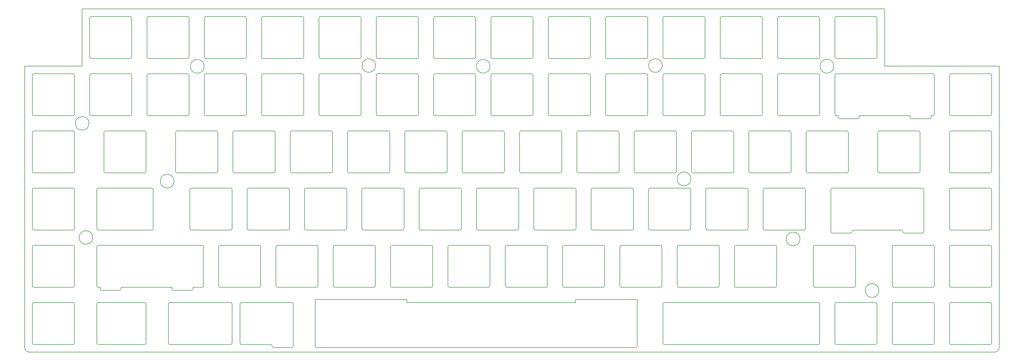
<source format=gbr>
%TF.GenerationSoftware,KiCad,Pcbnew,(5.1.9)-1*%
%TF.CreationDate,2021-05-17T21:36:37-04:00*%
%TF.ProjectId,plate,706c6174-652e-46b6-9963-61645f706362,rev?*%
%TF.SameCoordinates,Original*%
%TF.FileFunction,Profile,NP*%
%FSLAX46Y46*%
G04 Gerber Fmt 4.6, Leading zero omitted, Abs format (unit mm)*
G04 Created by KiCad (PCBNEW (5.1.9)-1) date 2021-05-17 21:36:37*
%MOMM*%
%LPD*%
G01*
G04 APERTURE LIST*
%TA.AperFunction,Profile*%
%ADD10C,0.200000*%
%TD*%
G04 APERTURE END LIST*
D10*
X270457300Y-57096399D02*
X270457300Y-38021400D01*
X308582299Y-57096399D02*
X270457300Y-57096399D01*
X54432300Y-92646400D02*
G75*
G02*
X53932300Y-92146400I0J500000D01*
G01*
X67432300Y-92646400D02*
X54432299Y-92646400D01*
X229857301Y-54046399D02*
G75*
G02*
X229357300Y-54546400I-500001J0D01*
G01*
X158707300Y-41046400D02*
G75*
G02*
X159207300Y-40546400I500000J0D01*
G01*
X27451049Y-98196400D02*
X27451050Y-111196399D01*
X26951049Y-97696400D02*
G75*
G02*
X27451049Y-98196400I0J-500000D01*
G01*
X72982300Y-92146400D02*
X72982300Y-79146399D01*
X163182299Y-92146400D02*
G75*
G02*
X162682300Y-92646399I-499999J0D01*
G01*
X73482300Y-78646400D02*
X86482300Y-78646400D01*
X86482300Y-78646399D02*
G75*
G02*
X86982300Y-79146399I0J-500000D01*
G01*
X149682300Y-92646400D02*
G75*
G02*
X149182300Y-92146400I0J500000D01*
G01*
X162682300Y-92646400D02*
X149682300Y-92646400D01*
X72194800Y-97696400D02*
G75*
G02*
X72694800Y-98196400I0J-500000D01*
G01*
X59194800Y-111696399D02*
G75*
G02*
X58694800Y-111196399I0J500000D01*
G01*
X149682300Y-78646400D02*
X162682300Y-78646400D01*
X73482300Y-92646400D02*
G75*
G02*
X72982300Y-92146400I0J500000D01*
G01*
X268744800Y-78646400D02*
X281744800Y-78646400D01*
X58694800Y-111196399D02*
X58694800Y-98196400D01*
X168732300Y-92646401D02*
G75*
G02*
X168232299Y-92146400I0J500001D01*
G01*
X27451049Y-111196399D02*
G75*
G02*
X26951049Y-111696399I-500000J0D01*
G01*
X239382298Y-92146400D02*
G75*
G02*
X238882299Y-92646399I-499999J0D01*
G01*
X149182300Y-79146399D02*
G75*
G02*
X149682300Y-78646399I500000J0D01*
G01*
X168732300Y-78646400D02*
X181732300Y-78646400D01*
X162682300Y-78646399D02*
G75*
G02*
X163182300Y-79146399I0J-500000D01*
G01*
X86982300Y-79146399D02*
X86982300Y-92146400D01*
X268244800Y-79146399D02*
G75*
G02*
X268744800Y-78646399I500000J0D01*
G01*
X72982300Y-79146399D02*
G75*
G02*
X73482300Y-78646399I500000J0D01*
G01*
X211594800Y-97696400D02*
X224594799Y-97696400D01*
X268744800Y-92646400D02*
G75*
G02*
X268244800Y-92146400I0J500000D01*
G01*
X192044800Y-98196400D02*
G75*
G02*
X192544800Y-97696400I500000J0D01*
G01*
X8688550Y-98196400D02*
G75*
G02*
X9188550Y-97696400I500000J0D01*
G01*
X168232300Y-92146400D02*
X168232300Y-79146399D01*
X244432300Y-79146399D02*
G75*
G02*
X244932300Y-78646399I500000J0D01*
G01*
X-12242700Y-111696399D02*
G75*
G02*
X-12742700Y-111196399I0J500000D01*
G01*
X182232300Y-79146399D02*
X182232300Y-92146400D01*
X-12242700Y-97696400D02*
X757299Y-97696400D01*
X168232300Y-79146399D02*
G75*
G02*
X168732300Y-78646399I500000J0D01*
G01*
X281744800Y-92646400D02*
X268744800Y-92646400D01*
X163182300Y-79146399D02*
X163182300Y-92146400D01*
X59194800Y-97696400D02*
X72194800Y-97696400D01*
X244432300Y-92146400D02*
X244432300Y-79146399D01*
X1257299Y-111196399D02*
G75*
G02*
X757299Y-111696399I-500000J0D01*
G01*
X9188550Y-111696400D02*
G75*
G02*
X8688549Y-111196399I0J500001D01*
G01*
X238882299Y-78646398D02*
G75*
G02*
X239382300Y-79146399I0J-500001D01*
G01*
X9188550Y-97696400D02*
X26951050Y-97696400D01*
X72694800Y-111196399D02*
G75*
G02*
X72194800Y-111696399I-500000J0D01*
G01*
X225382299Y-79146399D02*
G75*
G02*
X225882299Y-78646399I500000J0D01*
G01*
X225382300Y-92146400D02*
X225382300Y-79146399D01*
X757299Y-97696399D02*
G75*
G02*
X1257300Y-98196400I0J-500001D01*
G01*
X26951049Y-111696399D02*
X9188549Y-111696399D01*
X757299Y-111696399D02*
X-12242700Y-111696399D01*
X181732300Y-92646400D02*
X168732300Y-92646400D01*
X-12742700Y-111196399D02*
X-12742701Y-98196400D01*
X281744800Y-78646399D02*
G75*
G02*
X282244800Y-79146399I0J-500000D01*
G01*
X72194800Y-111696399D02*
X59194799Y-111696399D01*
X182232299Y-92146400D02*
G75*
G02*
X181732300Y-92646399I-499999J0D01*
G01*
X149182300Y-92146400D02*
X149182300Y-79146399D01*
X8688549Y-111196399D02*
X8688549Y-98196400D01*
X181732300Y-78646399D02*
G75*
G02*
X182232300Y-79146399I0J-500000D01*
G01*
X282244799Y-92146400D02*
G75*
G02*
X281744800Y-92646399I-499999J0D01*
G01*
X72694800Y-98196400D02*
X72694800Y-111196399D01*
X239382300Y-79146399D02*
X239382300Y-92146400D01*
X225882299Y-78646400D02*
X238882299Y-78646399D01*
X1257300Y-98196400D02*
X1257299Y-111196399D01*
X225882299Y-92646400D02*
G75*
G02*
X225382299Y-92146400I0J500000D01*
G01*
X268244800Y-92146400D02*
X268244800Y-79146399D01*
X238882299Y-92646400D02*
X225882299Y-92646400D01*
X282244800Y-79146399D02*
X282244800Y-92146400D01*
X220332300Y-79146399D02*
X220332300Y-92146400D01*
X124582300Y-92646400D02*
X111582300Y-92646400D01*
X130632300Y-78646400D02*
X143632300Y-78646399D01*
X254457300Y-59596400D02*
X286507300Y-59596399D01*
X92532300Y-92646401D02*
G75*
G02*
X92032299Y-92146400I0J500001D01*
G01*
X106032299Y-92146400D02*
G75*
G02*
X105532300Y-92646399I-499999J0D01*
G01*
X254457300Y-73596399D02*
G75*
G02*
X253957300Y-73096399I0J500000D01*
G01*
X125082299Y-92146400D02*
G75*
G02*
X124582300Y-92646399I-499999J0D01*
G01*
X111582300Y-78646400D02*
X124582300Y-78646399D01*
X206332300Y-79146399D02*
G75*
G02*
X206832300Y-78646399I500000J0D01*
G01*
X111082300Y-79146399D02*
G75*
G02*
X111582300Y-78646399I500000J0D01*
G01*
X106032300Y-79146399D02*
X106032300Y-92146400D01*
X286507300Y-59596400D02*
G75*
G02*
X287007300Y-60096400I0J-500000D01*
G01*
X1257298Y-92146400D02*
G75*
G02*
X757299Y-92646399I-499999J0D01*
G01*
X200782300Y-78646399D02*
G75*
G02*
X201282300Y-79146399I0J-500000D01*
G01*
X287007301Y-73096399D02*
G75*
G02*
X286507300Y-73596400I-500001J0D01*
G01*
X255544300Y-74596400D02*
G75*
G02*
X255044300Y-74096400I0J500000D01*
G01*
X86482300Y-92646400D02*
X73482300Y-92646400D01*
X144132300Y-79146399D02*
X144132300Y-92146400D01*
X111082300Y-92146400D02*
X111082300Y-79146399D01*
X262044300Y-73596400D02*
X262044300Y-74096399D01*
X206832300Y-92646400D02*
G75*
G02*
X206332300Y-92146400I0J500000D01*
G01*
X130132299Y-92146400D02*
X130132299Y-79146399D01*
X143632300Y-78646399D02*
G75*
G02*
X144132300Y-79146399I0J-500000D01*
G01*
X201282300Y-79146399D02*
X201282300Y-92146400D01*
X255044300Y-74096400D02*
X255044300Y-73596400D01*
X105532300Y-92646400D02*
X92532300Y-92646400D01*
X105532300Y-78646399D02*
G75*
G02*
X106032300Y-79146399I0J-500000D01*
G01*
X285920300Y-73596400D02*
X285920300Y-74096399D01*
X58694800Y-98196400D02*
G75*
G02*
X59194800Y-97696400I500000J0D01*
G01*
X220332299Y-92146400D02*
G75*
G02*
X219832300Y-92646399I-499999J0D01*
G01*
X-12742700Y-98196400D02*
G75*
G02*
X-12242700Y-97696400I500000J0D01*
G01*
X111582300Y-92646400D02*
G75*
G02*
X111082300Y-92146400I0J500000D01*
G01*
X219832300Y-78646399D02*
G75*
G02*
X220332300Y-79146399I0J-500000D01*
G01*
X92032300Y-92146400D02*
X92032300Y-79146399D01*
X143632300Y-92646400D02*
X130632300Y-92646400D01*
X219832300Y-92646400D02*
X206832300Y-92646400D01*
X253957300Y-73096399D02*
X253957300Y-60096399D01*
X206832300Y-78646400D02*
X219832300Y-78646400D01*
X130132300Y-79146399D02*
G75*
G02*
X130632300Y-78646399I500000J0D01*
G01*
X287007300Y-60096400D02*
X287007300Y-73096399D01*
X262044299Y-74096400D02*
G75*
G02*
X261544300Y-74596399I-499999J0D01*
G01*
X187282300Y-79146399D02*
G75*
G02*
X187782300Y-78646399I500000J0D01*
G01*
X92532300Y-78646400D02*
X105532300Y-78646400D01*
X130632300Y-92646401D02*
G75*
G02*
X130132299Y-92146400I0J500001D01*
G01*
X285420300Y-74596400D02*
X279420300Y-74596400D01*
X187282299Y-92146400D02*
X187282299Y-79146399D01*
X86982299Y-92146400D02*
G75*
G02*
X86482300Y-92646399I-499999J0D01*
G01*
X200782300Y-92646400D02*
X187782300Y-92646400D01*
X144132299Y-92146400D02*
G75*
G02*
X143632300Y-92646399I-499999J0D01*
G01*
X187782300Y-78646400D02*
X200782300Y-78646399D01*
X125082300Y-79146399D02*
X125082300Y-92146400D01*
X278920300Y-73596400D02*
X262044300Y-73596400D01*
X261544300Y-74596400D02*
X255544300Y-74596400D01*
X253957300Y-60096400D02*
G75*
G02*
X254457300Y-59596400I500000J0D01*
G01*
X201282299Y-92146400D02*
G75*
G02*
X200782300Y-92646399I-499999J0D01*
G01*
X279420300Y-74596400D02*
G75*
G02*
X278920300Y-74096400I0J500000D01*
G01*
X124582300Y-78646399D02*
G75*
G02*
X125082300Y-79146399I0J-500000D01*
G01*
X278920300Y-74096400D02*
X278920300Y-73596400D01*
X286507300Y-73596400D02*
X285920300Y-73596400D01*
X285920299Y-74096400D02*
G75*
G02*
X285420300Y-74596399I-499999J0D01*
G01*
X255044300Y-73596400D02*
X254457300Y-73596400D01*
X92032300Y-79146399D02*
G75*
G02*
X92532300Y-78646399I500000J0D01*
G01*
X187782300Y-92646401D02*
G75*
G02*
X187282299Y-92146400I0J500001D01*
G01*
X34882300Y-79146399D02*
G75*
G02*
X35382300Y-78646399I500000J0D01*
G01*
X305557300Y-59596400D02*
G75*
G02*
X306057300Y-60096400I0J-500000D01*
G01*
X35382300Y-92646400D02*
G75*
G02*
X34882300Y-92146400I0J500000D01*
G01*
X229357300Y-73596400D02*
X216357300Y-73596400D01*
X11069800Y-92146400D02*
X11069799Y-79146399D01*
X248907300Y-60096399D02*
X248907300Y-73096399D01*
X24569800Y-92646400D02*
X11569799Y-92646400D01*
X54432300Y-78646400D02*
X67432300Y-78646400D01*
X11569799Y-92646400D02*
G75*
G02*
X11069799Y-92146400I0J500000D01*
G01*
X-12242700Y-78646400D02*
X757299Y-78646400D01*
X53932300Y-92146400D02*
X53932300Y-79146399D01*
X34882300Y-92146400D02*
X34882300Y-79146399D01*
X48382300Y-78646399D02*
G75*
G02*
X48882300Y-79146399I0J-500000D01*
G01*
X11569799Y-78646400D02*
X24569800Y-78646400D01*
X234907299Y-60096400D02*
G75*
G02*
X235407299Y-59596400I500000J0D01*
G01*
X235407299Y-73596399D02*
G75*
G02*
X234907299Y-73096399I0J500000D01*
G01*
X153157300Y-73596400D02*
X140157300Y-73596400D01*
X67432300Y-78646399D02*
G75*
G02*
X67932300Y-79146399I0J-500000D01*
G01*
X216357300Y-73596399D02*
G75*
G02*
X215857300Y-73096399I0J500000D01*
G01*
X48882300Y-79146399D02*
X48882299Y-92146400D01*
X25069799Y-92146400D02*
G75*
G02*
X24569800Y-92646399I-499999J0D01*
G01*
X153657300Y-73096399D02*
G75*
G02*
X153157300Y-73596399I-500000J0D01*
G01*
X-12242700Y-92646400D02*
G75*
G02*
X-12742700Y-92146400I0J500000D01*
G01*
X215857300Y-60096400D02*
G75*
G02*
X216357300Y-59596400I500000J0D01*
G01*
X305557300Y-73596400D02*
X292557300Y-73596400D01*
X234907299Y-73096399D02*
X234907299Y-60096399D01*
X196807300Y-60096400D02*
G75*
G02*
X197307300Y-59596400I500000J0D01*
G01*
X25069800Y-79146399D02*
X25069799Y-92146400D01*
X197307300Y-59596400D02*
X210307300Y-59596399D01*
X229857300Y-73096399D02*
G75*
G02*
X229357300Y-73596399I-500000J0D01*
G01*
X757299Y-78646398D02*
G75*
G02*
X1257300Y-79146399I0J-500001D01*
G01*
X216357300Y-59596400D02*
X229357300Y-59596399D01*
X210307300Y-73596400D02*
X197307300Y-73596400D01*
X11069799Y-79146399D02*
G75*
G02*
X11569799Y-78646399I500000J0D01*
G01*
X35382300Y-78646400D02*
X48382300Y-78646400D01*
X210807300Y-73096399D02*
G75*
G02*
X210307300Y-73596399I-500000J0D01*
G01*
X206332300Y-92146400D02*
X206332300Y-79146399D01*
X248407299Y-59596400D02*
G75*
G02*
X248907300Y-60096399I1J-500000D01*
G01*
X48382300Y-92646400D02*
X35382300Y-92646400D01*
X306057300Y-60096400D02*
X306057300Y-73096399D01*
X248907300Y-73096399D02*
G75*
G02*
X248407300Y-73596399I-500000J0D01*
G01*
X229357299Y-59596400D02*
G75*
G02*
X229857300Y-60096399I1J-500000D01*
G01*
X196807300Y-73096399D02*
X196807300Y-60096399D01*
X-12742700Y-92146400D02*
X-12742701Y-79146399D01*
X306057300Y-73096399D02*
G75*
G02*
X305557300Y-73596399I-500000J0D01*
G01*
X53932300Y-79146399D02*
G75*
G02*
X54432300Y-78646399I500000J0D01*
G01*
X24569800Y-78646399D02*
G75*
G02*
X25069800Y-79146399I0J-500000D01*
G01*
X-12742700Y-79146399D02*
G75*
G02*
X-12242700Y-78646399I500000J0D01*
G01*
X292557300Y-73596399D02*
G75*
G02*
X292057300Y-73096399I0J500000D01*
G01*
X292557300Y-59596400D02*
X305557300Y-59596400D01*
X1257300Y-79146399D02*
X1257299Y-92146400D01*
X292057300Y-60096400D02*
G75*
G02*
X292557300Y-59596400I500000J0D01*
G01*
X210807300Y-60096400D02*
X210807300Y-73096399D01*
X235407299Y-59596400D02*
X248407300Y-59596399D01*
X229857300Y-60096399D02*
X229857300Y-73096399D01*
X48882299Y-92146400D02*
G75*
G02*
X48382300Y-92646399I-499999J0D01*
G01*
X67932299Y-92146400D02*
G75*
G02*
X67432300Y-92646399I-499999J0D01*
G01*
X292057300Y-73096399D02*
X292057300Y-60096399D01*
X67932300Y-79146399D02*
X67932300Y-92146400D01*
X757299Y-92646400D02*
X-12242700Y-92646400D01*
X215857300Y-73096399D02*
X215857300Y-60096399D01*
X210307300Y-59596400D02*
G75*
G02*
X210807300Y-60096400I0J-500000D01*
G01*
X1257299Y-73096399D02*
G75*
G02*
X757299Y-73596399I-500000J0D01*
G01*
X134607300Y-60096400D02*
X134607300Y-73096399D01*
X158707300Y-60096400D02*
G75*
G02*
X159207300Y-59596400I500000J0D01*
G01*
X139657300Y-73096399D02*
X139657300Y-60096399D01*
X82507300Y-60096400D02*
G75*
G02*
X83007300Y-59596400I500000J0D01*
G01*
X158707300Y-73096399D02*
X158707300Y-60096400D01*
X172207300Y-59596400D02*
G75*
G02*
X172707300Y-60096400I0J-500000D01*
G01*
X20307300Y-60096400D02*
X20307300Y-73096399D01*
X172707300Y-60096400D02*
X172707300Y-73096399D01*
X197307300Y-73596399D02*
G75*
G02*
X196807300Y-73096399I0J500000D01*
G01*
X-12742701Y-73096399D02*
X-12742701Y-60096399D01*
X19807299Y-59596400D02*
G75*
G02*
X20307299Y-60096400I0J-500000D01*
G01*
X121107300Y-59596400D02*
X134107300Y-59596399D01*
X101557300Y-60096400D02*
G75*
G02*
X102057300Y-59596400I500000J0D01*
G01*
X82507300Y-73096399D02*
X82507300Y-60096399D01*
X25857299Y-59596400D02*
X38857300Y-59596400D01*
X19807299Y-73596400D02*
X6807299Y-73596400D01*
X83007300Y-73596399D02*
G75*
G02*
X82507300Y-73096399I0J500000D01*
G01*
X101557299Y-73096399D02*
X101557299Y-60096399D01*
X178257299Y-59596400D02*
X191257300Y-59596399D01*
X134107300Y-73596400D02*
X121107300Y-73596400D01*
X153157300Y-59596400D02*
G75*
G02*
X153657300Y-60096400I0J-500000D01*
G01*
X139657300Y-60096400D02*
G75*
G02*
X140157300Y-59596400I500000J0D01*
G01*
X120607300Y-60096400D02*
G75*
G02*
X121107300Y-59596400I500000J0D01*
G01*
X25357299Y-60096400D02*
G75*
G02*
X25857299Y-59596400I500000J0D01*
G01*
X1257300Y-60096400D02*
X1257299Y-73096399D01*
X134107300Y-59596400D02*
G75*
G02*
X134607300Y-60096400I0J-500000D01*
G01*
X-12242700Y-59596400D02*
X757299Y-59596400D01*
X96507299Y-73096399D02*
G75*
G02*
X96007299Y-73596399I-500000J0D01*
G01*
X25357300Y-73096399D02*
X25357300Y-60096399D01*
X178257299Y-73596399D02*
G75*
G02*
X177757299Y-73096399I0J500000D01*
G01*
X191257300Y-59596400D02*
G75*
G02*
X191757300Y-60096400I0J-500000D01*
G01*
X120607300Y-73096399D02*
X120607300Y-60096399D01*
X96507300Y-60096400D02*
X96507300Y-73096399D01*
X177757299Y-60096400D02*
G75*
G02*
X178257299Y-59596400I500000J0D01*
G01*
X134607300Y-73096399D02*
G75*
G02*
X134107300Y-73596399I-500000J0D01*
G01*
X140157300Y-59596400D02*
X153157300Y-59596399D01*
X757299Y-73596400D02*
X-12242700Y-73596400D01*
X39357299Y-60096399D02*
X39357299Y-73096399D01*
X191757300Y-60096400D02*
X191757300Y-73096399D01*
X96007299Y-73596400D02*
X83007300Y-73596400D01*
X191757300Y-73096399D02*
G75*
G02*
X191257300Y-73596399I-500000J0D01*
G01*
X191257300Y-73596400D02*
X178257299Y-73596400D01*
X172707300Y-73096399D02*
G75*
G02*
X172207300Y-73596399I-500000J0D01*
G01*
X-12242700Y-73596400D02*
G75*
G02*
X-12742701Y-73096399I0J500001D01*
G01*
X96007299Y-59596399D02*
G75*
G02*
X96507300Y-60096400I0J-500001D01*
G01*
X177757299Y-73096399D02*
X177757299Y-60096399D01*
X757299Y-59596399D02*
G75*
G02*
X1257300Y-60096400I0J-500001D01*
G01*
X121107300Y-73596399D02*
G75*
G02*
X120607300Y-73096399I0J500000D01*
G01*
X248407300Y-73596400D02*
X235407299Y-73596400D01*
X39357300Y-73096399D02*
G75*
G02*
X38857300Y-73596399I-500000J0D01*
G01*
X172207300Y-73596400D02*
X159207300Y-73596400D01*
X6807300Y-73596399D02*
G75*
G02*
X6307300Y-73096399I0J500000D01*
G01*
X159207300Y-73596399D02*
G75*
G02*
X158707300Y-73096399I0J500000D01*
G01*
X6307300Y-60096401D02*
G75*
G02*
X6807299Y-59596400I500000J1D01*
G01*
X83007300Y-59596400D02*
X96007299Y-59596400D01*
X140157300Y-73596399D02*
G75*
G02*
X139657300Y-73096399I0J500000D01*
G01*
X159207300Y-59596400D02*
X172207300Y-59596399D01*
X153657299Y-60096400D02*
X153657299Y-73096399D01*
X38857299Y-59596401D02*
G75*
G02*
X39357299Y-60096399I1J-499999D01*
G01*
X38857300Y-73596400D02*
X25857300Y-73596400D01*
X6807299Y-59596400D02*
X19807299Y-59596400D01*
X25857299Y-73596399D02*
G75*
G02*
X25357299Y-73096399I0J500000D01*
G01*
X20307299Y-73096399D02*
G75*
G02*
X19807299Y-73596399I-500000J0D01*
G01*
X210807300Y-41046400D02*
X210807300Y-54046399D01*
X77457300Y-60096400D02*
X77457300Y-73096399D01*
X102057300Y-40546400D02*
X115057300Y-40546399D01*
X267957301Y-54046399D02*
G75*
G02*
X267457300Y-54546400I-500001J0D01*
G01*
X267457300Y-54546400D02*
X254457300Y-54546399D01*
X63457299Y-73096399D02*
X63457299Y-60096399D01*
X101557299Y-54046399D02*
X101557299Y-41046400D01*
X253957300Y-54046399D02*
X253957300Y-41046400D01*
X115557299Y-60096400D02*
X115557299Y-73096399D01*
X134607301Y-54046399D02*
G75*
G02*
X134107300Y-54546400I-500001J0D01*
G01*
X178257299Y-40546400D02*
X191257300Y-40546399D01*
X191757300Y-41046400D02*
X191757300Y-54046399D01*
X63957300Y-59596400D02*
X76957300Y-59596400D01*
X76957300Y-59596400D02*
G75*
G02*
X77457300Y-60096400I0J-500000D01*
G01*
X153657301Y-54046399D02*
G75*
G02*
X153157300Y-54546400I-500001J0D01*
G01*
X115057300Y-59596400D02*
G75*
G02*
X115557300Y-60096400I0J-500000D01*
G01*
X6307300Y-73096399D02*
X6307299Y-60096399D01*
X210807301Y-54046399D02*
G75*
G02*
X210307300Y-54546400I-500001J0D01*
G01*
X44907300Y-59596400D02*
X57907299Y-59596400D01*
X63457300Y-60096400D02*
G75*
G02*
X63957300Y-59596400I500000J0D01*
G01*
X115557301Y-54046399D02*
G75*
G02*
X115057300Y-54546400I-500001J0D01*
G01*
X140157300Y-54546399D02*
G75*
G02*
X139657300Y-54046399I0J500000D01*
G01*
X44907300Y-73596399D02*
G75*
G02*
X44407300Y-73096399I0J500000D01*
G01*
X191257300Y-54546400D02*
X178257299Y-54546399D01*
X210307300Y-54546400D02*
X197307300Y-54546400D01*
X134107300Y-54546400D02*
X121107300Y-54546400D01*
X153657299Y-41046400D02*
X153657299Y-54046399D01*
X115557300Y-73096399D02*
G75*
G02*
X115057300Y-73596399I-500000J0D01*
G01*
X57907299Y-59596400D02*
G75*
G02*
X58407299Y-60096400I0J-500000D01*
G01*
X191757301Y-54046399D02*
G75*
G02*
X191257300Y-54546400I-500001J0D01*
G01*
X101557300Y-41046400D02*
G75*
G02*
X102057300Y-40546400I500000J0D01*
G01*
X253957300Y-41046400D02*
G75*
G02*
X254457300Y-40546400I500000J0D01*
G01*
X191257300Y-40546400D02*
G75*
G02*
X191757300Y-41046400I0J-500000D01*
G01*
X102057300Y-73596400D02*
G75*
G02*
X101557299Y-73096399I0J500001D01*
G01*
X-12742700Y-60096400D02*
G75*
G02*
X-12242700Y-59596400I500000J0D01*
G01*
X197307300Y-54546399D02*
G75*
G02*
X196807300Y-54046399I0J500000D01*
G01*
X197307300Y-40546400D02*
X210307300Y-40546399D01*
X196807300Y-54046399D02*
X196807300Y-41046400D01*
X139657300Y-41046400D02*
G75*
G02*
X140157300Y-40546400I500000J0D01*
G01*
X254457300Y-40546400D02*
X267457300Y-40546399D01*
X140157300Y-40546400D02*
X153157300Y-40546399D01*
X102057300Y-54546400D02*
G75*
G02*
X101557299Y-54046399I0J500001D01*
G01*
X63957300Y-73596399D02*
G75*
G02*
X63457300Y-73096399I0J500000D01*
G01*
X115057300Y-54546400D02*
X102057300Y-54546399D01*
X115557299Y-41046400D02*
X115557299Y-54046399D01*
X57907299Y-73596400D02*
X44907299Y-73596400D01*
X115057300Y-73596400D02*
X102057300Y-73596400D01*
X177757299Y-54046399D02*
X177757299Y-41046400D01*
X44407300Y-73096399D02*
X44407300Y-60096399D01*
X267457300Y-40546400D02*
G75*
G02*
X267957300Y-41046400I0J-500000D01*
G01*
X153157300Y-54546400D02*
X140157300Y-54546399D01*
X153157300Y-40546400D02*
G75*
G02*
X153657300Y-41046400I0J-500000D01*
G01*
X102057300Y-59596400D02*
X115057300Y-59596399D01*
X77457300Y-73096399D02*
G75*
G02*
X76957300Y-73596399I-500000J0D01*
G01*
X115057300Y-40546400D02*
G75*
G02*
X115557300Y-41046400I0J-500000D01*
G01*
X44407300Y-60096400D02*
G75*
G02*
X44907300Y-59596400I500000J0D01*
G01*
X210307300Y-40546400D02*
G75*
G02*
X210807300Y-41046400I0J-500000D01*
G01*
X178257299Y-54546399D02*
G75*
G02*
X177757299Y-54046399I0J500000D01*
G01*
X267957300Y-41046400D02*
X267957300Y-54046399D01*
X254457300Y-54546399D02*
G75*
G02*
X253957300Y-54046399I0J500000D01*
G01*
X196807300Y-41046400D02*
G75*
G02*
X197307300Y-40546400I500000J0D01*
G01*
X76957300Y-73596400D02*
X63957300Y-73596400D01*
X58407299Y-60096400D02*
X58407299Y-73096399D01*
X139657300Y-54046399D02*
X139657300Y-41046400D01*
X134107300Y-40546400D02*
G75*
G02*
X134607300Y-41046400I0J-500000D01*
G01*
X96507300Y-54046399D02*
G75*
G02*
X96007299Y-54546400I-500001J0D01*
G01*
X229857300Y-41046400D02*
X229857300Y-54046399D01*
X57907299Y-40546400D02*
G75*
G02*
X58407299Y-41046400I0J-500000D01*
G01*
X63457300Y-41046400D02*
G75*
G02*
X63957300Y-40546400I500000J0D01*
G01*
X58407300Y-54046399D02*
G75*
G02*
X57907299Y-54546400I-500001J0D01*
G01*
X229357300Y-54546400D02*
X216357300Y-54546399D01*
X216357300Y-54546399D02*
G75*
G02*
X215857300Y-54046399I0J500000D01*
G01*
X177757299Y-41046400D02*
G75*
G02*
X178257299Y-40546400I500000J0D01*
G01*
X58407299Y-41046400D02*
X58407299Y-54046399D01*
X44907300Y-40546400D02*
X57907299Y-40546399D01*
X25357300Y-54046399D02*
X25357300Y-41046400D01*
X234907299Y-41046400D02*
G75*
G02*
X235407299Y-40546400I500000J0D01*
G01*
X248407300Y-40546400D02*
G75*
G02*
X248907300Y-41046400I0J-500000D01*
G01*
X172207300Y-54546400D02*
X159207300Y-54546399D01*
X20307300Y-54046399D02*
G75*
G02*
X19807299Y-54546400I-500001J0D01*
G01*
X158707300Y-54046399D02*
X158707300Y-41046400D01*
X25857299Y-54546399D02*
G75*
G02*
X25357299Y-54046399I0J500000D01*
G01*
X25857299Y-40546400D02*
X38857300Y-40546399D01*
X172707300Y-41046400D02*
X172707300Y-54046399D01*
X172207300Y-40546400D02*
G75*
G02*
X172707300Y-41046400I0J-500000D01*
G01*
X57907299Y-54546400D02*
X44907299Y-54546399D01*
X120607300Y-54046399D02*
X120607300Y-41046400D01*
X82507300Y-41046400D02*
G75*
G02*
X83007300Y-40546400I500000J0D01*
G01*
X39357300Y-41046400D02*
X39357299Y-54046399D01*
X20307300Y-41046400D02*
X20307300Y-54046399D01*
X44407300Y-54046399D02*
X44407300Y-41046400D01*
X229357300Y-40546400D02*
G75*
G02*
X229857300Y-41046400I0J-500000D01*
G01*
X234907299Y-54046399D02*
X234907299Y-41046400D01*
X82507300Y-54046399D02*
X82507300Y-41046400D01*
X215857300Y-41046400D02*
G75*
G02*
X216357300Y-40546400I500000J0D01*
G01*
X159207300Y-40546400D02*
X172207300Y-40546399D01*
X235407299Y-54546399D02*
G75*
G02*
X234907299Y-54046399I0J500000D01*
G01*
X96007299Y-54546400D02*
X83007300Y-54546399D01*
X248407300Y-54546400D02*
X235407299Y-54546399D01*
X83007300Y-40546400D02*
X96007299Y-40546399D01*
X63957300Y-40546400D02*
X76957300Y-40546399D01*
X19807299Y-40546400D02*
G75*
G02*
X20307299Y-41046400I0J-500000D01*
G01*
X6807300Y-40546400D02*
X19807299Y-40546400D01*
X215857300Y-54046399D02*
X215857300Y-41046400D01*
X6307300Y-41046400D02*
G75*
G02*
X6807300Y-40546400I500000J0D01*
G01*
X235407299Y-40546400D02*
X248407300Y-40546399D01*
X248907301Y-54046399D02*
G75*
G02*
X248407300Y-54546400I-500001J0D01*
G01*
X44907300Y-54546399D02*
G75*
G02*
X44407300Y-54046399I0J500000D01*
G01*
X248907300Y-41046400D02*
X248907300Y-54046399D01*
X159207300Y-54546399D02*
G75*
G02*
X158707300Y-54046399I0J500000D01*
G01*
X44407300Y-41046400D02*
G75*
G02*
X44907300Y-40546400I500000J0D01*
G01*
X134607300Y-41046400D02*
X134607300Y-54046399D01*
X121107300Y-54546399D02*
G75*
G02*
X120607300Y-54046399I0J500000D01*
G01*
X216357300Y-40546400D02*
X229357300Y-40546399D01*
X6807300Y-54546399D02*
G75*
G02*
X6307300Y-54046399I0J500000D01*
G01*
X83007300Y-54546399D02*
G75*
G02*
X82507300Y-54046399I0J500000D01*
G01*
X121107300Y-40546400D02*
X134107300Y-40546399D01*
X38857300Y-54546400D02*
X25857300Y-54546399D01*
X19807299Y-54546400D02*
X6807299Y-54546399D01*
X96507300Y-41046400D02*
X96507300Y-54046399D01*
X120607300Y-41046400D02*
G75*
G02*
X121107300Y-40546400I500000J0D01*
G01*
X6307300Y-54046399D02*
X6307299Y-41046400D01*
X25357299Y-41046400D02*
G75*
G02*
X25857299Y-40546400I500000J0D01*
G01*
X39357301Y-54046399D02*
G75*
G02*
X38857300Y-54546400I-500001J0D01*
G01*
X38857300Y-40546401D02*
G75*
G02*
X39357299Y-41046400I0J-499999D01*
G01*
X58407300Y-73096399D02*
G75*
G02*
X57907299Y-73596400I-500001J0D01*
G01*
X172707301Y-54046399D02*
G75*
G02*
X172207300Y-54546400I-500001J0D01*
G01*
X96007299Y-40546399D02*
G75*
G02*
X96507300Y-41046400I0J-500001D01*
G01*
X305557300Y-78646399D02*
G75*
G02*
X306057300Y-79146399I0J-500000D01*
G01*
X63457300Y-54046399D02*
X63457299Y-41046400D01*
X167757299Y-135796400D02*
X167757299Y-134796400D01*
X63957300Y-54546399D02*
G75*
G02*
X63457300Y-54046399I0J500000D01*
G01*
X76957300Y-54546400D02*
X63957300Y-54546399D01*
X3807299Y-38021400D02*
X3807299Y-57096400D01*
X77457300Y-41046400D02*
X77457300Y-54046399D01*
X242377212Y-114631403D02*
G75*
G03*
X242377212Y-114631403I-2294900J0D01*
G01*
X308582300Y-150821400D02*
G75*
G02*
X307082300Y-152321400I-1500000J0D01*
G01*
X76957300Y-40546400D02*
G75*
G02*
X77457300Y-41046400I0J-500000D01*
G01*
X308582299Y-150821400D02*
X308582299Y-57096399D01*
X-13767700Y-152321400D02*
X307082300Y-152321400D01*
X44388245Y-57151518D02*
G75*
G03*
X44388245Y-57151518I-2299966J0D01*
G01*
X196605505Y-56893873D02*
G75*
G03*
X196605505Y-56893873I-2274862J0D01*
G01*
X81251050Y-150296399D02*
X81251050Y-134796400D01*
X6107170Y-76141729D02*
G75*
G03*
X6107170Y-76141729I-2276231J0D01*
G01*
X3807299Y-57096400D02*
X-15267700Y-57096400D01*
X167757299Y-134796400D02*
X188257299Y-134796400D01*
X270457300Y-38021400D02*
X3807299Y-38021400D01*
X111751050Y-135796400D02*
X167757299Y-135796400D01*
X268614764Y-131809480D02*
G75*
G03*
X268614764Y-131809480I-2303904J0D01*
G01*
X-13767700Y-152321400D02*
G75*
G02*
X-15267700Y-150821400I0J1500000D01*
G01*
X81251050Y-134796400D02*
X111751050Y-134796400D01*
X7341252Y-114141854D02*
G75*
G03*
X7341252Y-114141854I-2253532J0D01*
G01*
X206131348Y-94640773D02*
G75*
G03*
X206131348Y-94640773I-2299983J0D01*
G01*
X111751050Y-134796400D02*
X111751050Y-135796400D01*
X253634466Y-57121399D02*
G75*
G03*
X253634466Y-57121399I-2302172J0D01*
G01*
X77457301Y-54046399D02*
G75*
G02*
X76957300Y-54546400I-500001J0D01*
G01*
X-15267700Y-57096400D02*
X-15267700Y-150821400D01*
X254457300Y-135796400D02*
X267457300Y-135796400D01*
X267957301Y-149296399D02*
G75*
G02*
X267457300Y-149796400I-500001J0D01*
G01*
X253957300Y-149296399D02*
X253957300Y-136296400D01*
X53644801Y-149296399D02*
G75*
G02*
X53144800Y-149796400I-500001J0D01*
G01*
X56313550Y-149296399D02*
X56313549Y-136296400D01*
X286507300Y-135796400D02*
G75*
G02*
X287007300Y-136296400I0J-500000D01*
G01*
X273007300Y-136296400D02*
G75*
G02*
X273507300Y-135796400I500000J0D01*
G01*
X248407300Y-149796400D02*
X197307300Y-149796400D01*
X33001050Y-135796400D02*
X53144800Y-135796400D01*
X56313549Y-136296400D02*
G75*
G02*
X56813549Y-135796400I500000J0D01*
G01*
X56813549Y-149796398D02*
G75*
G02*
X56313550Y-149296399I0J499999D01*
G01*
X267457300Y-149796400D02*
X254457300Y-149796400D01*
X306057301Y-149296399D02*
G75*
G02*
X305557300Y-149796400I-500001J0D01*
G01*
X273507300Y-149796399D02*
G75*
G02*
X273007300Y-149296399I0J500000D01*
G01*
X53144800Y-149796400D02*
X33001050Y-149796400D01*
X248907300Y-136296400D02*
X248907300Y-149296399D01*
X273507300Y-135796400D02*
X286507300Y-135796400D01*
X197307300Y-149796399D02*
G75*
G02*
X196807300Y-149296399I0J500000D01*
G01*
X34360587Y-95391943D02*
G75*
G03*
X34360587Y-95391943I-2277106J0D01*
G01*
X215569800Y-130246400D02*
G75*
G02*
X215069800Y-130746400I-500000J0D01*
G01*
X188257300Y-150296399D02*
G75*
G02*
X187757299Y-150796400I-500001J0D01*
G01*
X53644800Y-136296400D02*
X53644800Y-149296399D01*
X196807300Y-149296399D02*
X196807300Y-136296400D01*
X73457300Y-135796400D02*
G75*
G02*
X73957300Y-136296400I0J-500000D01*
G01*
X306057300Y-136296400D02*
X306057300Y-149296399D01*
X32501050Y-149296399D02*
X32501050Y-136296400D01*
X248407300Y-135796400D02*
G75*
G02*
X248907300Y-136296400I0J-500000D01*
G01*
X187757299Y-150796400D02*
X87752781Y-150796400D01*
X188257299Y-134796400D02*
X188257299Y-150296399D01*
X286507300Y-149796400D02*
X273507300Y-149796400D01*
X292057300Y-136296400D02*
G75*
G02*
X292557300Y-135796400I500000J0D01*
G01*
X248907301Y-149296399D02*
G75*
G02*
X248407300Y-149796400I-500001J0D01*
G01*
X292557300Y-135796400D02*
X305557300Y-135796400D01*
X101333547Y-56888900D02*
G75*
G03*
X101333547Y-56888900I-2251242J0D01*
G01*
X201569800Y-130246400D02*
X201569800Y-117246400D01*
X32501050Y-136296400D02*
G75*
G02*
X33001050Y-135796400I500000J0D01*
G01*
X292057300Y-149296399D02*
X292057300Y-136296400D01*
X215569799Y-117246400D02*
X215569799Y-130246400D01*
X197307300Y-135796400D02*
X248407300Y-135796400D01*
X81751050Y-150796399D02*
G75*
G02*
X81251050Y-150296399I0J500000D01*
G01*
X139358901Y-57141400D02*
G75*
G03*
X139358901Y-57141400I-2276594J0D01*
G01*
X202069800Y-130746400D02*
G75*
G02*
X201569800Y-130246400I0J500000D01*
G01*
X273007300Y-149296399D02*
X273007300Y-136296400D01*
X254457300Y-149796399D02*
G75*
G02*
X253957300Y-149296399I0J500000D01*
G01*
X215069800Y-130746400D02*
X202069800Y-130746400D01*
X267957300Y-136296400D02*
X267957300Y-149296399D01*
X305557300Y-149796400D02*
X292557300Y-149796400D01*
X201569800Y-117246400D02*
G75*
G02*
X202069800Y-116746400I500000J0D01*
G01*
X292557300Y-149796399D02*
G75*
G02*
X292057300Y-149296399I0J500000D01*
G01*
X287007301Y-149296399D02*
G75*
G02*
X286507300Y-149796400I-500001J0D01*
G01*
X215069800Y-116746400D02*
G75*
G02*
X215569800Y-117246400I0J-500000D01*
G01*
X53144800Y-135796401D02*
G75*
G02*
X53644799Y-136296400I0J-499999D01*
G01*
X73957300Y-136296400D02*
X73957300Y-150296399D01*
X267457300Y-135796400D02*
G75*
G02*
X267957300Y-136296400I0J-500000D01*
G01*
X196807300Y-136296400D02*
G75*
G02*
X197307300Y-135796400I500000J0D01*
G01*
X73457300Y-150796400D02*
X67457300Y-150796400D01*
X202069800Y-116746400D02*
X215069800Y-116746399D01*
X66457299Y-149796399D02*
G75*
G02*
X66957299Y-150296399I0J-500000D01*
G01*
X305557300Y-135796400D02*
G75*
G02*
X306057300Y-136296400I0J-500000D01*
G01*
X66457299Y-149796400D02*
X56813549Y-149796400D01*
X287007300Y-136296400D02*
X287007300Y-149296399D01*
X73957301Y-150296399D02*
G75*
G02*
X73457300Y-150796400I-500001J0D01*
G01*
X33001050Y-149796399D02*
G75*
G02*
X32501050Y-149296399I0J500000D01*
G01*
X87751050Y-150796400D02*
X81751050Y-150796400D01*
X125869800Y-130746400D02*
G75*
G02*
X125369800Y-130246400I0J500000D01*
G01*
X221119800Y-130746400D02*
G75*
G02*
X220619800Y-130246400I0J500000D01*
G01*
X100769800Y-130746400D02*
X87769800Y-130746400D01*
X25069801Y-149296399D02*
G75*
G02*
X24569800Y-149796400I-500001J0D01*
G01*
X234619800Y-130246400D02*
G75*
G02*
X234119800Y-130746400I-500000J0D01*
G01*
X234119800Y-130746400D02*
X221119800Y-130746400D01*
X101269800Y-130246400D02*
G75*
G02*
X100769800Y-130746400I-500000J0D01*
G01*
X260313550Y-116746400D02*
G75*
G02*
X260813550Y-117246400I0J-500000D01*
G01*
X139369800Y-117246400D02*
X139369800Y-130246400D01*
X246813550Y-130246400D02*
X246813550Y-117246400D01*
X87269800Y-130246400D02*
X87269800Y-117246400D01*
X101269800Y-117246400D02*
X101269800Y-130246400D01*
X305557300Y-130746400D02*
X292557300Y-130746400D01*
X-12242700Y-135796400D02*
X757299Y-135796400D01*
X273507300Y-116746400D02*
X286507300Y-116746400D01*
X234119800Y-116746400D02*
G75*
G02*
X234619800Y-117246400I0J-500000D01*
G01*
X287007300Y-130246400D02*
G75*
G02*
X286507300Y-130746400I-500000J0D01*
G01*
X1257300Y-149296399D02*
G75*
G02*
X757299Y-149796400I-500001J0D01*
G01*
X287007300Y-117246400D02*
X287007300Y-130246400D01*
X138869800Y-130746400D02*
X125869800Y-130746400D01*
X234619800Y-117246400D02*
X234619800Y-130246400D01*
X273007300Y-117246400D02*
G75*
G02*
X273507300Y-116746400I500000J0D01*
G01*
X246813550Y-117246400D02*
G75*
G02*
X247313550Y-116746400I500000J0D01*
G01*
X56813549Y-135796400D02*
X73457300Y-135796400D01*
X253957300Y-136296400D02*
G75*
G02*
X254457300Y-135796400I500000J0D01*
G01*
X292057300Y-117246400D02*
G75*
G02*
X292557300Y-116746400I500000J0D01*
G01*
X67457300Y-150796400D02*
G75*
G02*
X66957299Y-150296399I0J500001D01*
G01*
X138869800Y-116746400D02*
G75*
G02*
X139369800Y-117246400I0J-500000D01*
G01*
X260313550Y-130746400D02*
X247313550Y-130746400D01*
X-12242700Y-149796399D02*
G75*
G02*
X-12742700Y-149296399I0J500000D01*
G01*
X100769800Y-116746400D02*
G75*
G02*
X101269800Y-117246400I0J-500000D01*
G01*
X247313550Y-116746400D02*
X260313550Y-116746400D01*
X286507300Y-130746400D02*
X273507300Y-130746400D01*
X24569800Y-135796400D02*
G75*
G02*
X25069800Y-136296400I0J-500000D01*
G01*
X220619800Y-117246400D02*
G75*
G02*
X221119800Y-116746400I500000J0D01*
G01*
X273507300Y-130746400D02*
G75*
G02*
X273007300Y-130246400I0J500000D01*
G01*
X125369800Y-130246400D02*
X125369800Y-117246400D01*
X-12742700Y-136296400D02*
G75*
G02*
X-12242700Y-135796400I500000J0D01*
G01*
X8688550Y-136296400D02*
G75*
G02*
X9188550Y-135796400I500000J0D01*
G01*
X-12742700Y-149296399D02*
X-12742701Y-136296400D01*
X292057300Y-130246400D02*
X292057300Y-117246400D01*
X8688549Y-149296399D02*
X8688549Y-136296400D01*
X221119800Y-116746400D02*
X234119800Y-116746400D01*
X260813550Y-130246400D02*
G75*
G02*
X260313550Y-130746400I-500000J0D01*
G01*
X220619800Y-130246400D02*
X220619800Y-117246400D01*
X273007300Y-130246400D02*
X273007300Y-117246400D01*
X292557300Y-130746400D02*
G75*
G02*
X292057300Y-130246400I0J500000D01*
G01*
X125369800Y-117246400D02*
G75*
G02*
X125869800Y-116746400I500000J0D01*
G01*
X87769800Y-130746400D02*
G75*
G02*
X87269800Y-130246400I0J500000D01*
G01*
X247313550Y-130746400D02*
G75*
G02*
X246813550Y-130246400I0J500000D01*
G01*
X87269800Y-117246400D02*
G75*
G02*
X87769800Y-116746400I500000J0D01*
G01*
X139369800Y-130246400D02*
G75*
G02*
X138869800Y-130746400I-500000J0D01*
G01*
X757299Y-149796400D02*
X-12242700Y-149796400D01*
X757299Y-135796399D02*
G75*
G02*
X1257300Y-136296400I0J-500001D01*
G01*
X292557300Y-116746400D02*
X305557300Y-116746400D01*
X306057300Y-130246400D02*
G75*
G02*
X305557300Y-130746400I-500000J0D01*
G01*
X286507300Y-116746400D02*
G75*
G02*
X287007300Y-117246400I0J-500000D01*
G01*
X305557300Y-116746400D02*
G75*
G02*
X306057300Y-117246400I0J-500000D01*
G01*
X9188550Y-149796399D02*
G75*
G02*
X8688550Y-149296399I0J500000D01*
G01*
X25069800Y-136296400D02*
X25069800Y-149296399D01*
X306057300Y-117246400D02*
X306057300Y-130246400D01*
X1257300Y-136296400D02*
X1257300Y-149296399D01*
X87769800Y-116746400D02*
X100769800Y-116746399D01*
X24569800Y-149796400D02*
X9188549Y-149796400D01*
X10275550Y-131746400D02*
G75*
G02*
X9775550Y-131246400I0J500000D01*
G01*
X144919800Y-130746400D02*
G75*
G02*
X144419800Y-130246400I0J500000D01*
G01*
X44119799Y-117246400D02*
X44119800Y-130246400D01*
X68719800Y-116746400D02*
X81719800Y-116746399D01*
X82219800Y-130246400D02*
G75*
G02*
X81719800Y-130746400I-500000J0D01*
G01*
X106819800Y-130746401D02*
G75*
G02*
X106319799Y-130246400I0J500001D01*
G01*
X163469799Y-117246400D02*
G75*
G02*
X163969799Y-116746400I500000J0D01*
G01*
X62669800Y-116746400D02*
G75*
G02*
X63169800Y-117246400I0J-500000D01*
G01*
X120319799Y-130246400D02*
G75*
G02*
X119819799Y-130746400I-500000J0D01*
G01*
X163969799Y-116746400D02*
X176969799Y-116746399D01*
X196519800Y-130246400D02*
G75*
G02*
X196019800Y-130746400I-500000J0D01*
G01*
X68719800Y-130746401D02*
G75*
G02*
X68219799Y-130246400I0J500001D01*
G01*
X196019800Y-116746400D02*
G75*
G02*
X196519800Y-117246400I0J-500000D01*
G01*
X62669800Y-130746400D02*
X49669799Y-130746400D01*
X33651550Y-130746400D02*
X16775550Y-130746400D01*
X81719800Y-116746400D02*
G75*
G02*
X82219800Y-117246400I0J-500000D01*
G01*
X260813550Y-117246400D02*
X260813550Y-130246400D01*
X183019800Y-116746400D02*
X196019800Y-116746399D01*
X9188550Y-130746400D02*
G75*
G02*
X8688550Y-130246400I0J500000D01*
G01*
X144419800Y-117246400D02*
G75*
G02*
X144919800Y-116746400I500000J0D01*
G01*
X163969799Y-130746400D02*
G75*
G02*
X163469799Y-130246400I0J500000D01*
G01*
X144419800Y-130246400D02*
X144419800Y-117246400D01*
X63169800Y-117246400D02*
X63169800Y-130246400D01*
X63169800Y-130246400D02*
G75*
G02*
X62669800Y-130746400I-500000J0D01*
G01*
X163469800Y-130246400D02*
X163469800Y-117246400D01*
X157919800Y-116746400D02*
G75*
G02*
X158419800Y-117246400I0J-500000D01*
G01*
X119819799Y-116746399D02*
G75*
G02*
X120319800Y-117246400I0J-500001D01*
G01*
X177469800Y-117246400D02*
X177469800Y-130246400D01*
X144919800Y-116746400D02*
X157919800Y-116746400D01*
X158419800Y-130246400D02*
G75*
G02*
X157919800Y-130746400I-500000J0D01*
G01*
X49669800Y-130746400D02*
G75*
G02*
X49169800Y-130246400I0J500000D01*
G01*
X106319799Y-130246400D02*
X106319799Y-117246400D01*
X9775550Y-131246400D02*
X9775550Y-130746400D01*
X9188550Y-116746400D02*
X43619800Y-116746400D01*
X177469799Y-130246400D02*
G75*
G02*
X176969799Y-130746400I-500000J0D01*
G01*
X82219800Y-117246400D02*
X82219800Y-130246400D01*
X182519800Y-117246400D02*
G75*
G02*
X183019800Y-116746400I500000J0D01*
G01*
X182519800Y-130246400D02*
X182519800Y-117246400D01*
X176969799Y-116746399D02*
G75*
G02*
X177469800Y-117246400I0J-500001D01*
G01*
X119819799Y-130746400D02*
X106819800Y-130746400D01*
X68219799Y-130246400D02*
X68219799Y-117246400D01*
X196519800Y-117246400D02*
X196519800Y-130246400D01*
X176969799Y-130746400D02*
X163969799Y-130746400D01*
X125869800Y-116746400D02*
X138869800Y-116746399D01*
X16275550Y-131746400D02*
X10275549Y-131746400D01*
X8688549Y-130246400D02*
X8688549Y-117246400D01*
X16775550Y-130746400D02*
X16775550Y-131246400D01*
X9188550Y-135796400D02*
X24569800Y-135796400D01*
X68219800Y-117246400D02*
G75*
G02*
X68719800Y-116746400I500000J0D01*
G01*
X49169800Y-130246400D02*
X49169800Y-117246400D01*
X183019800Y-130746400D02*
G75*
G02*
X182519800Y-130246400I0J500000D01*
G01*
X9775550Y-130746400D02*
X9188549Y-130746400D01*
X16775550Y-131246400D02*
G75*
G02*
X16275550Y-131746400I-500000J0D01*
G01*
X157919800Y-130746400D02*
X144919800Y-130746400D01*
X34151550Y-131746400D02*
G75*
G02*
X33651550Y-131246400I0J500000D01*
G01*
X49669800Y-116746400D02*
X62669800Y-116746400D01*
X40151549Y-131746400D02*
X34151550Y-131746400D01*
X120319800Y-117246400D02*
X120319800Y-130246400D01*
X196019800Y-130746400D02*
X183019800Y-130746400D01*
X81719800Y-130746400D02*
X68719800Y-130746400D01*
X33651550Y-131246400D02*
X33651550Y-130746400D01*
X106819800Y-116746400D02*
X119819799Y-116746399D01*
X106319800Y-117246400D02*
G75*
G02*
X106819800Y-116746400I500000J0D01*
G01*
X158419800Y-117246400D02*
X158419800Y-130246400D01*
X305557300Y-111696399D02*
X292557300Y-111696399D01*
X44119800Y-130246400D02*
G75*
G02*
X43619800Y-130746400I-500000J0D01*
G01*
X259163050Y-112696400D02*
X253163050Y-112696400D01*
X172994800Y-98196400D02*
G75*
G02*
X173494800Y-97696400I500000J0D01*
G01*
X148894800Y-111196399D02*
G75*
G02*
X148394800Y-111696399I-500000J0D01*
G01*
X148894800Y-98196400D02*
X148894800Y-111196399D01*
X154444800Y-97696400D02*
X167444799Y-97696400D01*
X253163050Y-97696400D02*
X283039050Y-97696400D01*
X292057300Y-111196399D02*
X292057300Y-98196400D01*
X1257299Y-117246400D02*
X1257299Y-130246400D01*
X283039050Y-97696400D02*
G75*
G02*
X283539050Y-98196400I0J-500000D01*
G01*
X173494800Y-111696399D02*
G75*
G02*
X172994800Y-111196399I0J500000D01*
G01*
X292057300Y-98196400D02*
G75*
G02*
X292557300Y-97696400I500000J0D01*
G01*
X135394800Y-111696399D02*
G75*
G02*
X134894800Y-111196399I0J500000D01*
G01*
X173494800Y-97696400D02*
X186494800Y-97696400D01*
X243644800Y-97696400D02*
G75*
G02*
X244144800Y-98196400I0J-500000D01*
G01*
X306057300Y-111196399D02*
G75*
G02*
X305557300Y-111696399I-500000J0D01*
G01*
X305557300Y-97696400D02*
G75*
G02*
X306057300Y-98196400I0J-500000D01*
G01*
X230644800Y-111696400D02*
G75*
G02*
X230144799Y-111196399I0J500001D01*
G01*
X252663050Y-112196400D02*
X252663050Y-98196400D01*
X244144800Y-111196399D02*
G75*
G02*
X243644800Y-111696399I-500000J0D01*
G01*
X172994800Y-111196399D02*
X172994800Y-98196400D01*
X277039050Y-112696400D02*
G75*
G02*
X276539050Y-112196400I0J500000D01*
G01*
X43619800Y-116746401D02*
G75*
G02*
X44119799Y-117246400I0J-499999D01*
G01*
X8688550Y-117246400D02*
G75*
G02*
X9188550Y-116746400I500000J0D01*
G01*
X49169800Y-117246400D02*
G75*
G02*
X49669800Y-116746400I500000J0D01*
G01*
X186494800Y-97696400D02*
G75*
G02*
X186994800Y-98196400I0J-500000D01*
G01*
X276039050Y-111696399D02*
X260163050Y-111696399D01*
X134894800Y-98196400D02*
G75*
G02*
X135394800Y-97696400I500000J0D01*
G01*
X230144800Y-111196399D02*
X230144800Y-98196400D01*
X40651549Y-130746400D02*
X40651549Y-131246400D01*
X40651549Y-131246400D02*
G75*
G02*
X40151549Y-131746400I-500000J0D01*
G01*
X230644800Y-97696400D02*
X243644800Y-97696400D01*
X292557300Y-111696399D02*
G75*
G02*
X292057300Y-111196399I0J500000D01*
G01*
X292557300Y-97696400D02*
X305557300Y-97696400D01*
X167944799Y-98196400D02*
X167944799Y-111196399D01*
X244144800Y-98196400D02*
X244144800Y-111196399D01*
X283539050Y-98196400D02*
X283539050Y-112196400D01*
X186994800Y-111196399D02*
G75*
G02*
X186494800Y-111696399I-500000J0D01*
G01*
X259663050Y-112196399D02*
G75*
G02*
X260163050Y-111696399I500000J0D01*
G01*
X-12742700Y-130246400D02*
X-12742701Y-117246400D01*
X148394800Y-111696399D02*
X135394800Y-111696400D01*
X134894800Y-111196399D02*
X134894800Y-98196400D01*
X252663050Y-98196400D02*
G75*
G02*
X253163050Y-97696400I500000J0D01*
G01*
X283539050Y-112196400D02*
G75*
G02*
X283039050Y-112696400I-500000J0D01*
G01*
X-12742700Y-117246400D02*
G75*
G02*
X-12242700Y-116746400I500000J0D01*
G01*
X-12242700Y-130746400D02*
G75*
G02*
X-12742700Y-130246400I0J500000D01*
G01*
X243644800Y-111696399D02*
X230644800Y-111696399D01*
X153944800Y-111196399D02*
X153944800Y-98196400D01*
X43619800Y-130746400D02*
X40651549Y-130746400D01*
X757299Y-116746400D02*
G75*
G02*
X1257299Y-117246400I0J-500000D01*
G01*
X186994800Y-98196400D02*
X186994800Y-111196399D01*
X230144800Y-98196400D02*
G75*
G02*
X230644800Y-97696400I500000J0D01*
G01*
X253163050Y-112696400D02*
G75*
G02*
X252663050Y-112196400I0J500000D01*
G01*
X259663050Y-112196400D02*
G75*
G02*
X259163050Y-112696400I-500000J0D01*
G01*
X148394800Y-97696400D02*
G75*
G02*
X148894800Y-98196400I0J-500000D01*
G01*
X-12242700Y-116746400D02*
X757299Y-116746400D01*
X283039050Y-112696400D02*
X277039050Y-112696400D01*
X135394800Y-97696400D02*
X148394800Y-97696400D01*
X153944800Y-98196400D02*
G75*
G02*
X154444800Y-97696400I500000J0D01*
G01*
X154444800Y-111696399D02*
G75*
G02*
X153944800Y-111196399I0J500000D01*
G01*
X186494800Y-111696399D02*
X173494800Y-111696400D01*
X757299Y-130746400D02*
X-12242700Y-130746400D01*
X167444799Y-97696400D02*
G75*
G02*
X167944799Y-98196400I0J-500000D01*
G01*
X53144800Y-111696399D02*
X40144800Y-111696399D01*
X292557300Y-78646400D02*
X305557300Y-78646400D01*
X116344800Y-111696399D02*
G75*
G02*
X115844800Y-111196399I0J500000D01*
G01*
X224594799Y-97696400D02*
G75*
G02*
X225094799Y-98196400I0J-500000D01*
G01*
X211094800Y-111196399D02*
X211094800Y-98196400D01*
X110294800Y-111696399D02*
X97294800Y-111696400D01*
X91744800Y-98196400D02*
X91744800Y-111196399D01*
X192544800Y-97696400D02*
X205544800Y-97696400D01*
X53644800Y-111196399D02*
G75*
G02*
X53144800Y-111696399I-500000J0D01*
G01*
X115844800Y-111196399D02*
X115844800Y-98196400D01*
X78244800Y-97696400D02*
X91244799Y-97696400D01*
X292557300Y-92646400D02*
G75*
G02*
X292057300Y-92146400I0J500000D01*
G01*
X96794800Y-111196399D02*
X96794800Y-98196400D01*
X116344800Y-97696400D02*
X129344800Y-97696400D01*
X110794800Y-98196400D02*
X110794800Y-111196399D01*
X192544800Y-111696399D02*
G75*
G02*
X192044800Y-111196399I0J500000D01*
G01*
X258432300Y-79146399D02*
X258432300Y-92146400D01*
X39644800Y-111196399D02*
X39644800Y-98196400D01*
X53144800Y-97696401D02*
G75*
G02*
X53644799Y-98196400I0J-499999D01*
G01*
X115844800Y-98196400D02*
G75*
G02*
X116344800Y-97696400I500000J0D01*
G01*
X77744800Y-98196400D02*
G75*
G02*
X78244800Y-97696400I500000J0D01*
G01*
X91744799Y-111196399D02*
G75*
G02*
X91244799Y-111696399I-500000J0D01*
G01*
X40144799Y-97696400D02*
X53144799Y-97696400D01*
X97294800Y-111696400D02*
G75*
G02*
X96794799Y-111196399I0J500001D01*
G01*
X211094800Y-98196400D02*
G75*
G02*
X211594800Y-97696400I500000J0D01*
G01*
X206044800Y-98196400D02*
X206044800Y-111196399D01*
X129844800Y-111196399D02*
G75*
G02*
X129344800Y-111696399I-500000J0D01*
G01*
X306057299Y-92146400D02*
G75*
G02*
X305557300Y-92646399I-499999J0D01*
G01*
X53644800Y-98196400D02*
X53644800Y-111196399D01*
X96794800Y-98196400D02*
G75*
G02*
X97294800Y-97696400I500000J0D01*
G01*
X305557300Y-92646400D02*
X292557300Y-92646400D01*
X39644799Y-98196400D02*
G75*
G02*
X40144799Y-97696400I500000J0D01*
G01*
X129344800Y-97696400D02*
G75*
G02*
X129844800Y-98196400I0J-500000D01*
G01*
X292057300Y-92146400D02*
X292057300Y-79146399D01*
X78244800Y-111696400D02*
G75*
G02*
X77744799Y-111196399I0J500001D01*
G01*
X91244799Y-111696399D02*
X78244800Y-111696399D01*
X205544800Y-97696400D02*
G75*
G02*
X206044800Y-98196400I0J-500000D01*
G01*
X110294800Y-97696400D02*
G75*
G02*
X110794800Y-98196400I0J-500000D01*
G01*
X97294800Y-97696400D02*
X110294800Y-97696400D01*
X129344800Y-111696399D02*
X116344800Y-111696400D01*
X167444799Y-111696399D02*
X154444800Y-111696400D01*
X192044800Y-111196399D02*
X192044800Y-98196400D01*
X91244799Y-97696399D02*
G75*
G02*
X91744800Y-98196400I0J-500001D01*
G01*
X276039051Y-111696399D02*
G75*
G02*
X276539050Y-112196400I-1J-500000D01*
G01*
X77744799Y-111196399D02*
X77744799Y-98196400D01*
X257932300Y-78646399D02*
G75*
G02*
X258432300Y-79146399I0J-500000D01*
G01*
X244932300Y-92646400D02*
G75*
G02*
X244432300Y-92146400I0J500000D01*
G01*
X1257299Y-130246400D02*
G75*
G02*
X757299Y-130746400I-500000J0D01*
G01*
X257932300Y-92646400D02*
X244932300Y-92646400D01*
X306057300Y-98196400D02*
X306057300Y-111196399D01*
X258432299Y-92146400D02*
G75*
G02*
X257932300Y-92646399I-499999J0D01*
G01*
X244932300Y-78646400D02*
X257932300Y-78646400D01*
X110794800Y-111196399D02*
G75*
G02*
X110294800Y-111696399I-500000J0D01*
G01*
X225094799Y-98196400D02*
X225094799Y-111196399D01*
X292057300Y-79146399D02*
G75*
G02*
X292557300Y-78646399I500000J0D01*
G01*
X206044800Y-111196399D02*
G75*
G02*
X205544800Y-111696399I-500000J0D01*
G01*
X211594800Y-111696399D02*
G75*
G02*
X211094800Y-111196399I0J500000D01*
G01*
X224594799Y-111696399D02*
X211594800Y-111696400D01*
X40144799Y-111696398D02*
G75*
G02*
X39644800Y-111196399I0J499999D01*
G01*
X167944799Y-111196399D02*
G75*
G02*
X167444799Y-111696399I-500000J0D01*
G01*
X225094799Y-111196399D02*
G75*
G02*
X224594799Y-111696399I-500000J0D01*
G01*
X306057300Y-79146399D02*
X306057300Y-92146400D01*
X205544800Y-111696399D02*
X192544800Y-111696399D01*
X129844800Y-98196400D02*
X129844800Y-111196399D01*
M02*

</source>
